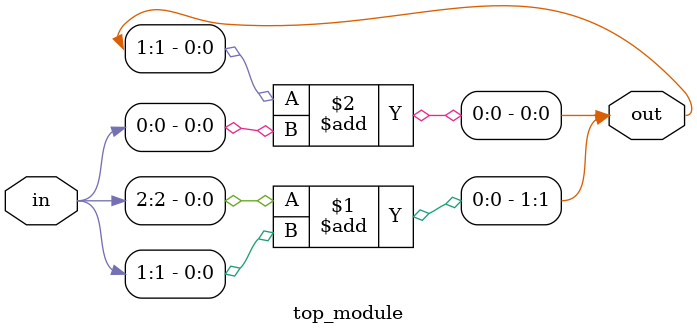
<source format=sv>
module top_module (
    input [2:0] in,
    output [1:0] out
);

    assign out[1] = in[2] + in[1];
    assign out[0] = out[1] + in[0];

endmodule

</source>
